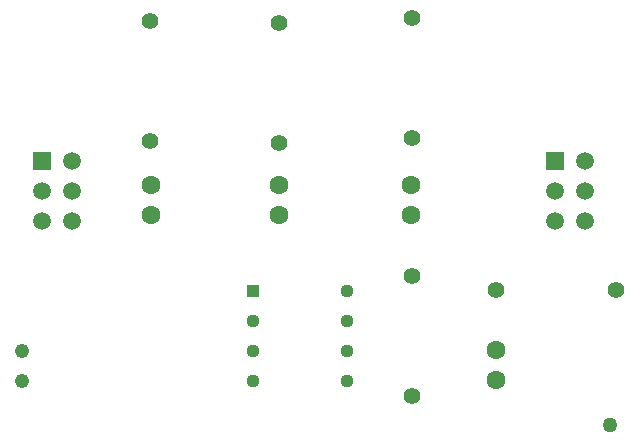
<source format=gtl>
%FSTAX23Y23*%
%MOIN*%
%SFA1B1*%

%IPPOS*%
%ADD14C,0.010000*%
%ADD23C,0.015000*%
%ADD24C,0.059055*%
%ADD25R,0.059055X0.059055*%
%ADD26C,0.055118*%
%ADD27C,0.062992*%
%ADD28C,0.047638*%
%ADD29R,0.044488X0.044488*%
%ADD30C,0.044488*%
%ADD31C,0.050000*%
%LNnightlight-1*%
%LPD*%
G54D14*
X00965Y0091D02*
X00967Y00912D01*
Y01047D02*
X0097Y0105D01*
X01407Y01062D02*
X0141Y01065D01*
X01405Y0091D02*
X01407Y00912D01*
X00535Y0091D02*
X00537Y00912D01*
Y01057D02*
X0054Y0106D01*
G54D23*
X00526Y01458D02*
X00535Y0145D01*
G54D24*
X01985Y00785D03*
X01885D03*
X01985Y00885D03*
X01885D03*
X01985Y00985D03*
X00275D03*
X00175Y00885D03*
X00275D03*
X00175Y00785D03*
X00275D03*
G54D25*
X01885Y00985D03*
X00175D03*
G54D26*
X00965Y01445D03*
Y01045D03*
X0141Y0146D03*
Y0106D03*
X00535Y0145D03*
Y0105D03*
X0141Y002D03*
Y006D03*
X0169Y00555D03*
X0209D03*
G54D27*
X01405Y00905D03*
Y00805D03*
X0054Y00905D03*
Y00805D03*
X00965Y00905D03*
Y00805D03*
X0169Y00255D03*
Y00355D03*
G54D28*
X0011Y0035D03*
Y0025D03*
G54D29*
X00878Y0055D03*
G54D30*
X00878Y0045D03*
Y0035D03*
Y0025D03*
X01191D03*
Y0035D03*
Y0045D03*
Y0055D03*
G54D31*
X0207Y00105D03*
M02*
</source>
